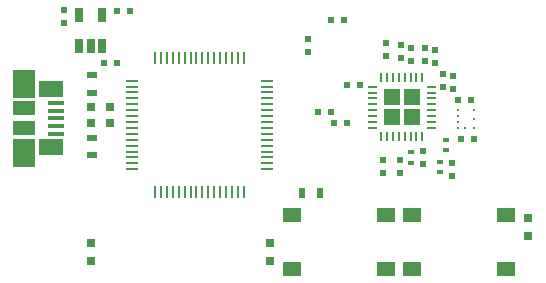
<source format=gbr>
G04 #@! TF.FileFunction,Paste,Top*
%FSLAX46Y46*%
G04 Gerber Fmt 4.6, Leading zero omitted, Abs format (unit mm)*
G04 Created by KiCad (PCBNEW 4.0.6) date Mon Mar 20 23:38:24 2017*
%MOMM*%
%LPD*%
G01*
G04 APERTURE LIST*
%ADD10C,0.100000*%
%ADD11R,0.900000X0.500000*%
%ADD12R,0.250000X1.000000*%
%ADD13R,1.000000X0.250000*%
%ADD14R,0.650000X1.220000*%
%ADD15R,0.500000X0.600000*%
%ADD16R,0.600000X0.500000*%
%ADD17R,0.750000X0.800000*%
%ADD18R,0.800000X0.800000*%
%ADD19R,1.380000X0.450000*%
%ADD20R,2.100000X1.475000*%
%ADD21R,1.900000X2.375000*%
%ADD22R,1.900000X1.175000*%
%ADD23R,0.600000X0.400000*%
%ADD24R,0.500000X0.900000*%
%ADD25R,1.550000X1.300000*%
%ADD26R,0.660000X0.230000*%
%ADD27R,0.230000X0.660000*%
%ADD28C,0.230000*%
%ADD29R,1.425000X1.425000*%
%ADD30C,0.220000*%
G04 APERTURE END LIST*
D10*
D11*
X-26314400Y2959800D03*
X-26314400Y1459800D03*
D12*
X-20928260Y-6964100D03*
X-20428260Y-6964100D03*
X-19928260Y-6964100D03*
X-19428260Y-6964100D03*
X-18928260Y-6964100D03*
X-18428260Y-6964100D03*
X-17928260Y-6964100D03*
X-17428260Y-6964100D03*
X-16928260Y-6964100D03*
X-16428260Y-6964100D03*
X-15928260Y-6964100D03*
X-15428260Y-6964100D03*
X-14928260Y-6964100D03*
X-14428260Y-6964100D03*
X-13928260Y-6964100D03*
X-13428260Y-6964100D03*
D13*
X-11478260Y-5014100D03*
X-11478260Y-4514100D03*
X-11478260Y-4014100D03*
X-11478260Y-3514100D03*
X-11478260Y-3014100D03*
X-11478260Y-2514100D03*
X-11478260Y-2014100D03*
X-11478260Y-1514100D03*
X-11478260Y-1014100D03*
X-11478260Y-514100D03*
X-11478260Y-14100D03*
X-11478260Y485900D03*
X-11478260Y985900D03*
X-11478260Y1485900D03*
X-11478260Y1985900D03*
X-11478260Y2485900D03*
D12*
X-13428260Y4435900D03*
X-13928260Y4435900D03*
X-14428260Y4435900D03*
X-14928260Y4435900D03*
X-15428260Y4435900D03*
X-15928260Y4435900D03*
X-16428260Y4435900D03*
X-16928260Y4435900D03*
X-17428260Y4435900D03*
X-17928260Y4435900D03*
X-18428260Y4435900D03*
X-18928260Y4435900D03*
X-19428260Y4435900D03*
X-19928260Y4435900D03*
X-20428260Y4435900D03*
X-20928260Y4435900D03*
D13*
X-22878260Y2485900D03*
X-22878260Y1985900D03*
X-22878260Y1485900D03*
X-22878260Y985900D03*
X-22878260Y485900D03*
X-22878260Y-14100D03*
X-22878260Y-514100D03*
X-22878260Y-1014100D03*
X-22878260Y-1514100D03*
X-22878260Y-2014100D03*
X-22878260Y-2514100D03*
X-22878260Y-3014100D03*
X-22878260Y-3514100D03*
X-22878260Y-4014100D03*
X-22878260Y-4514100D03*
X-22878260Y-5014100D03*
D14*
X-27340600Y5421000D03*
X-26390600Y5421000D03*
X-25440600Y5421000D03*
X-25440600Y8041000D03*
X-27340600Y8041000D03*
D15*
X-203200Y-4199800D03*
X-203200Y-5299800D03*
X-1625600Y-4199800D03*
X-1625600Y-5299800D03*
X711200Y4174400D03*
X711200Y5274400D03*
X1727200Y-3463200D03*
X1727200Y-4563200D03*
D16*
X-25264200Y4013200D03*
X-24164200Y4013200D03*
X-24146600Y8382000D03*
X-23046600Y8382000D03*
D15*
X-28676600Y8449400D03*
X-28676600Y7349400D03*
D17*
X10668000Y-10656000D03*
X10668000Y-9156000D03*
X-26390600Y-11289600D03*
X-26390600Y-12789600D03*
X-11201400Y-11289600D03*
X-11201400Y-12789600D03*
D16*
X-3590200Y2082800D03*
X-4690200Y2082800D03*
X4953000Y-2463800D03*
X6053000Y-2463800D03*
X-6079400Y-152400D03*
X-7179400Y-152400D03*
X-4657000Y-1066800D03*
X-5757000Y-1066800D03*
D15*
X4191000Y-4495800D03*
X4191000Y-5595800D03*
D16*
X4682400Y889000D03*
X5782400Y889000D03*
D15*
X4318000Y1812200D03*
X4318000Y2912200D03*
X3429000Y3013800D03*
X3429000Y1913800D03*
X2794000Y3996600D03*
X2794000Y5096600D03*
X1930400Y4174400D03*
X1930400Y5274400D03*
X-152400Y4428400D03*
X-152400Y5528400D03*
X-1371600Y4555400D03*
X-1371600Y5655400D03*
D16*
X-4911000Y7620000D03*
X-6011000Y7620000D03*
D15*
X-8001000Y4911000D03*
X-8001000Y6011000D03*
D18*
X-24777800Y-1117600D03*
X-26377800Y-1117600D03*
X-24777800Y254000D03*
X-26377800Y254000D03*
D19*
X-29353200Y588800D03*
X-29353200Y-61200D03*
X-29353200Y-711200D03*
X-29353200Y-1361200D03*
X-29353200Y-2011200D03*
D20*
X-29713200Y1751300D03*
X-29713200Y-3173700D03*
D21*
X-32013200Y2198800D03*
X-32013200Y-3621200D03*
D22*
X-32013200Y128800D03*
X-32013200Y-1551200D03*
D23*
X3683000Y-2521800D03*
X3683000Y-3421800D03*
D11*
X-26314400Y-2348800D03*
X-26314400Y-3848800D03*
D24*
X-8497000Y-6985000D03*
X-6997000Y-6985000D03*
D23*
X711200Y-3588600D03*
X711200Y-4488600D03*
X3175000Y-4368800D03*
X3175000Y-5268800D03*
D25*
X846000Y-13426000D03*
X846000Y-8926000D03*
X8806000Y-8926000D03*
X8806000Y-13426000D03*
X-1354000Y-8926000D03*
X-1354000Y-13426000D03*
X-9314000Y-13426000D03*
X-9314000Y-8926000D03*
D26*
X-2595800Y1978600D03*
X-2595800Y1478600D03*
X-2595800Y978600D03*
X-2595800Y478600D03*
X-2595800Y-21400D03*
X-2595800Y-521400D03*
X-2595800Y-1021400D03*
X-2595800Y-1521400D03*
D27*
X-1800800Y-2316400D03*
X-1300800Y-2316400D03*
X-800800Y-2316400D03*
X-300800Y-2316400D03*
X199200Y-2316400D03*
X699200Y-2316400D03*
X1199200Y-2316400D03*
X1699200Y-2316400D03*
D26*
X2494200Y-1521400D03*
X2494200Y-1021400D03*
X2494200Y-521400D03*
X2494200Y-21400D03*
X2494200Y478600D03*
X2494200Y978600D03*
X2494200Y1478600D03*
X2494200Y1978600D03*
D27*
X1699200Y2773600D03*
X1199200Y2773600D03*
X699200Y2773600D03*
X199200Y2773600D03*
X-300800Y2773600D03*
X-800800Y2773600D03*
X-1300800Y2773600D03*
X-1800800Y2773600D03*
D28*
X-2240800Y1978600D03*
X-2240800Y1478600D03*
X-2240800Y978600D03*
X-2240800Y478600D03*
X-2240800Y-21400D03*
X-2240800Y-521400D03*
X-2240800Y-1021400D03*
X-2240800Y-1521400D03*
X-1800800Y-1961400D03*
X-1300800Y-1961400D03*
X-800800Y-1961400D03*
X-300800Y-1961400D03*
X199200Y-1961400D03*
X699200Y-1961400D03*
X1199200Y-1961400D03*
X1699200Y-1961400D03*
X2139200Y-1521400D03*
X2139200Y-1021400D03*
X2139200Y-521400D03*
X2139200Y-21400D03*
X2139200Y478600D03*
X2139200Y978600D03*
X2139200Y1478600D03*
X2139200Y1978600D03*
X1699200Y2418600D03*
X1199200Y2418600D03*
X699200Y2418600D03*
X199200Y2418600D03*
X-300800Y2418600D03*
X-800800Y2418600D03*
X-1300800Y2418600D03*
X-1800800Y2418600D03*
D29*
X811700Y-633900D03*
X811700Y1091100D03*
X-913300Y-633900D03*
X-913300Y1091100D03*
D30*
X4672800Y-1522160D03*
X5276800Y-1522160D03*
X4672800Y-1022160D03*
X6096800Y-1522160D03*
X6096800Y-772160D03*
X4672800Y-522160D03*
X6096800Y-22160D03*
X4672800Y-22160D03*
M02*

</source>
